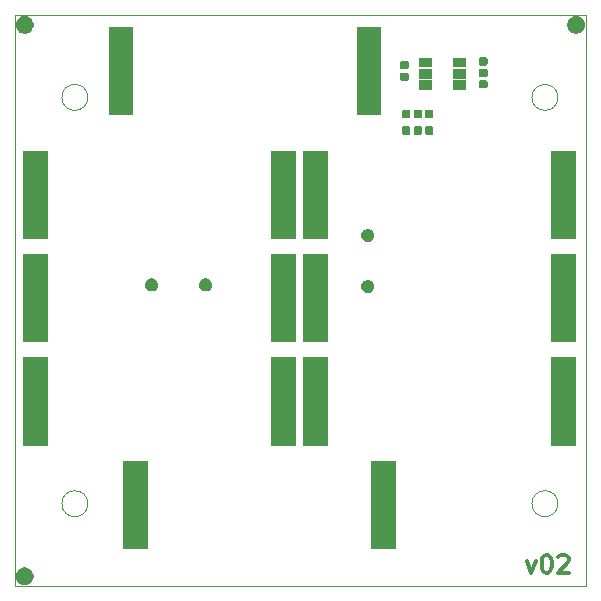
<source format=gbr>
%TF.GenerationSoftware,KiCad,Pcbnew,5.0.2-bee76a0~70~ubuntu18.04.1*%
%TF.CreationDate,2020-02-29T17:21:03-08:00*%
%TF.ProjectId,SolarCellX_v3,536f6c61-7243-4656-9c6c-585f76332e6b,rev?*%
%TF.SameCoordinates,Original*%
%TF.FileFunction,Soldermask,Top*%
%TF.FilePolarity,Negative*%
%FSLAX46Y46*%
G04 Gerber Fmt 4.6, Leading zero omitted, Abs format (unit mm)*
G04 Created by KiCad (PCBNEW 5.0.2-bee76a0~70~ubuntu18.04.1) date Sat 29 Feb 2020 05:21:03 PM PST*
%MOMM*%
%LPD*%
G01*
G04 APERTURE LIST*
%ADD10C,0.300000*%
%ADD11C,0.050000*%
%ADD12C,0.100000*%
G04 APERTURE END LIST*
D10*
X133405785Y-86229071D02*
X133762928Y-87229071D01*
X134120071Y-86229071D01*
X134977214Y-85729071D02*
X135120071Y-85729071D01*
X135262928Y-85800500D01*
X135334357Y-85871928D01*
X135405785Y-86014785D01*
X135477214Y-86300500D01*
X135477214Y-86657642D01*
X135405785Y-86943357D01*
X135334357Y-87086214D01*
X135262928Y-87157642D01*
X135120071Y-87229071D01*
X134977214Y-87229071D01*
X134834357Y-87157642D01*
X134762928Y-87086214D01*
X134691500Y-86943357D01*
X134620071Y-86657642D01*
X134620071Y-86300500D01*
X134691500Y-86014785D01*
X134762928Y-85871928D01*
X134834357Y-85800500D01*
X134977214Y-85729071D01*
X136048642Y-85871928D02*
X136120071Y-85800500D01*
X136262928Y-85729071D01*
X136620071Y-85729071D01*
X136762928Y-85800500D01*
X136834357Y-85871928D01*
X136905785Y-86014785D01*
X136905785Y-86157642D01*
X136834357Y-86371928D01*
X135977214Y-87229071D01*
X136905785Y-87229071D01*
D11*
X96200000Y-47000000D02*
G75*
G03X96200000Y-47000000I-1100000J0D01*
G01*
X96200000Y-81400000D02*
G75*
G03X96200000Y-81400000I-1100000J0D01*
G01*
X136000000Y-81400000D02*
G75*
G03X136000000Y-81400000I-1100000J0D01*
G01*
X136000000Y-47000000D02*
G75*
G03X136000000Y-47000000I-1100000J0D01*
G01*
X90000000Y-88400000D02*
X138400000Y-88400000D01*
X90000000Y-88400000D02*
X90000000Y-40000000D01*
X138400000Y-40000000D02*
X138400000Y-88400000D01*
X90000000Y-40000000D02*
X138400000Y-40000000D01*
D12*
G36*
X91068767Y-86828822D02*
X91205258Y-86885359D01*
X91328097Y-86967437D01*
X91432563Y-87071903D01*
X91514641Y-87194742D01*
X91571178Y-87331233D01*
X91600000Y-87476131D01*
X91600000Y-87623869D01*
X91571178Y-87768767D01*
X91514641Y-87905258D01*
X91432563Y-88028097D01*
X91328097Y-88132563D01*
X91205258Y-88214641D01*
X91068767Y-88271178D01*
X90923869Y-88300000D01*
X90776131Y-88300000D01*
X90631233Y-88271178D01*
X90494742Y-88214641D01*
X90371903Y-88132563D01*
X90267437Y-88028097D01*
X90185359Y-87905258D01*
X90128822Y-87768767D01*
X90100000Y-87623869D01*
X90100000Y-87476131D01*
X90128822Y-87331233D01*
X90185359Y-87194742D01*
X90267437Y-87071903D01*
X90371903Y-86967437D01*
X90494742Y-86885359D01*
X90631233Y-86828822D01*
X90776131Y-86800000D01*
X90923869Y-86800000D01*
X91068767Y-86828822D01*
X91068767Y-86828822D01*
G37*
G36*
X122299000Y-85249000D02*
X120201000Y-85249000D01*
X120201000Y-77751000D01*
X122299000Y-77751000D01*
X122299000Y-85249000D01*
X122299000Y-85249000D01*
G37*
G36*
X101299000Y-85249000D02*
X99201000Y-85249000D01*
X99201000Y-77751000D01*
X101299000Y-77751000D01*
X101299000Y-85249000D01*
X101299000Y-85249000D01*
G37*
G36*
X116549000Y-76499000D02*
X114451000Y-76499000D01*
X114451000Y-69001000D01*
X116549000Y-69001000D01*
X116549000Y-76499000D01*
X116549000Y-76499000D01*
G37*
G36*
X92799000Y-76499000D02*
X90701000Y-76499000D01*
X90701000Y-69001000D01*
X92799000Y-69001000D01*
X92799000Y-76499000D01*
X92799000Y-76499000D01*
G37*
G36*
X113799000Y-76499000D02*
X111701000Y-76499000D01*
X111701000Y-69001000D01*
X113799000Y-69001000D01*
X113799000Y-76499000D01*
X113799000Y-76499000D01*
G37*
G36*
X137549000Y-76499000D02*
X135451000Y-76499000D01*
X135451000Y-69001000D01*
X137549000Y-69001000D01*
X137549000Y-76499000D01*
X137549000Y-76499000D01*
G37*
G36*
X92799000Y-67749000D02*
X90701000Y-67749000D01*
X90701000Y-60251000D01*
X92799000Y-60251000D01*
X92799000Y-67749000D01*
X92799000Y-67749000D01*
G37*
G36*
X113799000Y-67749000D02*
X111701000Y-67749000D01*
X111701000Y-60251000D01*
X113799000Y-60251000D01*
X113799000Y-67749000D01*
X113799000Y-67749000D01*
G37*
G36*
X137549000Y-67749000D02*
X135451000Y-67749000D01*
X135451000Y-60251000D01*
X137549000Y-60251000D01*
X137549000Y-67749000D01*
X137549000Y-67749000D01*
G37*
G36*
X116549000Y-67749000D02*
X114451000Y-67749000D01*
X114451000Y-60251000D01*
X116549000Y-60251000D01*
X116549000Y-67749000D01*
X116549000Y-67749000D01*
G37*
G36*
X119995104Y-62453549D02*
X120048138Y-62464098D01*
X120148047Y-62505482D01*
X120148049Y-62505483D01*
X120237967Y-62565564D01*
X120314436Y-62642033D01*
X120356417Y-62704862D01*
X120374518Y-62731953D01*
X120415902Y-62831862D01*
X120437000Y-62937929D01*
X120437000Y-63046071D01*
X120415902Y-63152138D01*
X120374518Y-63252047D01*
X120374517Y-63252049D01*
X120314436Y-63341967D01*
X120237967Y-63418436D01*
X120148049Y-63478517D01*
X120148048Y-63478518D01*
X120148047Y-63478518D01*
X120048138Y-63519902D01*
X119995104Y-63530451D01*
X119942072Y-63541000D01*
X119833928Y-63541000D01*
X119780896Y-63530451D01*
X119727862Y-63519902D01*
X119627953Y-63478518D01*
X119627952Y-63478518D01*
X119627951Y-63478517D01*
X119538033Y-63418436D01*
X119461564Y-63341967D01*
X119401483Y-63252049D01*
X119401482Y-63252047D01*
X119360098Y-63152138D01*
X119339000Y-63046071D01*
X119339000Y-62937929D01*
X119360098Y-62831862D01*
X119401482Y-62731953D01*
X119419584Y-62704862D01*
X119461564Y-62642033D01*
X119538033Y-62565564D01*
X119627951Y-62505483D01*
X119627953Y-62505482D01*
X119727862Y-62464098D01*
X119780896Y-62453549D01*
X119833928Y-62443000D01*
X119942072Y-62443000D01*
X119995104Y-62453549D01*
X119995104Y-62453549D01*
G37*
G36*
X106279104Y-62326549D02*
X106332138Y-62337098D01*
X106432047Y-62378482D01*
X106432049Y-62378483D01*
X106521967Y-62438564D01*
X106598436Y-62515033D01*
X106632200Y-62565564D01*
X106658518Y-62604953D01*
X106699902Y-62704862D01*
X106721000Y-62810929D01*
X106721000Y-62919071D01*
X106699902Y-63025138D01*
X106658518Y-63125047D01*
X106658517Y-63125049D01*
X106598436Y-63214967D01*
X106521967Y-63291436D01*
X106432049Y-63351517D01*
X106432048Y-63351518D01*
X106432047Y-63351518D01*
X106332138Y-63392902D01*
X106226072Y-63414000D01*
X106117928Y-63414000D01*
X106011862Y-63392902D01*
X105911953Y-63351518D01*
X105911952Y-63351518D01*
X105911951Y-63351517D01*
X105822033Y-63291436D01*
X105745564Y-63214967D01*
X105685483Y-63125049D01*
X105685482Y-63125047D01*
X105644098Y-63025138D01*
X105623000Y-62919071D01*
X105623000Y-62810929D01*
X105644098Y-62704862D01*
X105685482Y-62604953D01*
X105711801Y-62565564D01*
X105745564Y-62515033D01*
X105822033Y-62438564D01*
X105911951Y-62378483D01*
X105911953Y-62378482D01*
X106011862Y-62337098D01*
X106064896Y-62326549D01*
X106117928Y-62316000D01*
X106226072Y-62316000D01*
X106279104Y-62326549D01*
X106279104Y-62326549D01*
G37*
G36*
X101707104Y-62326549D02*
X101760138Y-62337098D01*
X101860047Y-62378482D01*
X101860049Y-62378483D01*
X101949967Y-62438564D01*
X102026436Y-62515033D01*
X102060200Y-62565564D01*
X102086518Y-62604953D01*
X102127902Y-62704862D01*
X102149000Y-62810929D01*
X102149000Y-62919071D01*
X102127902Y-63025138D01*
X102086518Y-63125047D01*
X102086517Y-63125049D01*
X102026436Y-63214967D01*
X101949967Y-63291436D01*
X101860049Y-63351517D01*
X101860048Y-63351518D01*
X101860047Y-63351518D01*
X101760138Y-63392902D01*
X101654072Y-63414000D01*
X101545928Y-63414000D01*
X101439862Y-63392902D01*
X101339953Y-63351518D01*
X101339952Y-63351518D01*
X101339951Y-63351517D01*
X101250033Y-63291436D01*
X101173564Y-63214967D01*
X101113483Y-63125049D01*
X101113482Y-63125047D01*
X101072098Y-63025138D01*
X101051000Y-62919071D01*
X101051000Y-62810929D01*
X101072098Y-62704862D01*
X101113482Y-62604953D01*
X101139801Y-62565564D01*
X101173564Y-62515033D01*
X101250033Y-62438564D01*
X101339951Y-62378483D01*
X101339953Y-62378482D01*
X101439862Y-62337098D01*
X101492896Y-62326549D01*
X101545928Y-62316000D01*
X101654072Y-62316000D01*
X101707104Y-62326549D01*
X101707104Y-62326549D01*
G37*
G36*
X119995104Y-58135549D02*
X120048138Y-58146098D01*
X120148047Y-58187482D01*
X120148049Y-58187483D01*
X120237967Y-58247564D01*
X120314436Y-58324033D01*
X120374517Y-58413951D01*
X120415902Y-58513863D01*
X120437000Y-58619928D01*
X120437000Y-58728072D01*
X120415902Y-58834137D01*
X120374517Y-58934049D01*
X120314436Y-59023967D01*
X120237967Y-59100436D01*
X120148049Y-59160517D01*
X120148048Y-59160518D01*
X120148047Y-59160518D01*
X120048138Y-59201902D01*
X119995104Y-59212451D01*
X119942072Y-59223000D01*
X119833928Y-59223000D01*
X119780896Y-59212451D01*
X119727862Y-59201902D01*
X119627953Y-59160518D01*
X119627952Y-59160518D01*
X119627951Y-59160517D01*
X119538033Y-59100436D01*
X119461564Y-59023967D01*
X119401483Y-58934049D01*
X119360098Y-58834137D01*
X119339000Y-58728072D01*
X119339000Y-58619928D01*
X119360098Y-58513863D01*
X119401483Y-58413951D01*
X119461564Y-58324033D01*
X119538033Y-58247564D01*
X119627951Y-58187483D01*
X119627953Y-58187482D01*
X119727862Y-58146098D01*
X119780896Y-58135549D01*
X119833928Y-58125000D01*
X119942072Y-58125000D01*
X119995104Y-58135549D01*
X119995104Y-58135549D01*
G37*
G36*
X137549000Y-58999000D02*
X135451000Y-58999000D01*
X135451000Y-51501000D01*
X137549000Y-51501000D01*
X137549000Y-58999000D01*
X137549000Y-58999000D01*
G37*
G36*
X116549000Y-58999000D02*
X114451000Y-58999000D01*
X114451000Y-51501000D01*
X116549000Y-51501000D01*
X116549000Y-58999000D01*
X116549000Y-58999000D01*
G37*
G36*
X113799000Y-58999000D02*
X111701000Y-58999000D01*
X111701000Y-51501000D01*
X113799000Y-51501000D01*
X113799000Y-58999000D01*
X113799000Y-58999000D01*
G37*
G36*
X92799000Y-58999000D02*
X90701000Y-58999000D01*
X90701000Y-51501000D01*
X92799000Y-51501000D01*
X92799000Y-58999000D01*
X92799000Y-58999000D01*
G37*
G36*
X125331933Y-49442064D02*
X125359508Y-49450430D01*
X125384922Y-49464014D01*
X125407202Y-49482298D01*
X125425486Y-49504578D01*
X125439070Y-49529992D01*
X125447436Y-49557567D01*
X125450500Y-49588684D01*
X125450500Y-50027316D01*
X125447436Y-50058433D01*
X125439070Y-50086008D01*
X125425486Y-50111422D01*
X125407202Y-50133702D01*
X125384922Y-50151986D01*
X125359508Y-50165570D01*
X125331933Y-50173936D01*
X125300816Y-50177000D01*
X124912184Y-50177000D01*
X124881067Y-50173936D01*
X124853492Y-50165570D01*
X124828078Y-50151986D01*
X124805798Y-50133702D01*
X124787514Y-50111422D01*
X124773930Y-50086008D01*
X124765564Y-50058433D01*
X124762500Y-50027316D01*
X124762500Y-49588684D01*
X124765564Y-49557567D01*
X124773930Y-49529992D01*
X124787514Y-49504578D01*
X124805798Y-49482298D01*
X124828078Y-49464014D01*
X124853492Y-49450430D01*
X124881067Y-49442064D01*
X124912184Y-49439000D01*
X125300816Y-49439000D01*
X125331933Y-49442064D01*
X125331933Y-49442064D01*
G37*
G36*
X124361933Y-49442064D02*
X124389508Y-49450430D01*
X124414922Y-49464014D01*
X124437202Y-49482298D01*
X124455486Y-49504578D01*
X124469070Y-49529992D01*
X124477436Y-49557567D01*
X124480500Y-49588684D01*
X124480500Y-50027316D01*
X124477436Y-50058433D01*
X124469070Y-50086008D01*
X124455486Y-50111422D01*
X124437202Y-50133702D01*
X124414922Y-50151986D01*
X124389508Y-50165570D01*
X124361933Y-50173936D01*
X124330816Y-50177000D01*
X123941904Y-50177000D01*
X123910787Y-50173936D01*
X123883212Y-50165570D01*
X123857798Y-50151986D01*
X123835518Y-50133702D01*
X123817234Y-50111422D01*
X123803650Y-50086008D01*
X123795284Y-50058433D01*
X123792220Y-50027316D01*
X123792220Y-49588684D01*
X123795284Y-49557567D01*
X123803650Y-49529992D01*
X123817234Y-49504578D01*
X123835518Y-49482298D01*
X123857798Y-49464014D01*
X123883212Y-49450430D01*
X123910787Y-49442064D01*
X123941904Y-49439000D01*
X124330816Y-49439000D01*
X124361933Y-49442064D01*
X124361933Y-49442064D01*
G37*
G36*
X123391653Y-49442064D02*
X123419228Y-49450430D01*
X123444642Y-49464014D01*
X123466922Y-49482298D01*
X123485206Y-49504578D01*
X123498790Y-49529992D01*
X123507156Y-49557567D01*
X123510220Y-49588684D01*
X123510220Y-50027316D01*
X123507156Y-50058433D01*
X123498790Y-50086008D01*
X123485206Y-50111422D01*
X123466922Y-50133702D01*
X123444642Y-50151986D01*
X123419228Y-50165570D01*
X123391653Y-50173936D01*
X123360536Y-50177000D01*
X122971904Y-50177000D01*
X122940787Y-50173936D01*
X122913212Y-50165570D01*
X122887798Y-50151986D01*
X122865518Y-50133702D01*
X122847234Y-50111422D01*
X122833650Y-50086008D01*
X122825284Y-50058433D01*
X122822220Y-50027316D01*
X122822220Y-49588684D01*
X122825284Y-49557567D01*
X122833650Y-49529992D01*
X122847234Y-49504578D01*
X122865518Y-49482298D01*
X122887798Y-49464014D01*
X122913212Y-49450430D01*
X122940787Y-49442064D01*
X122971904Y-49439000D01*
X123360536Y-49439000D01*
X123391653Y-49442064D01*
X123391653Y-49442064D01*
G37*
G36*
X123391653Y-48045064D02*
X123419228Y-48053430D01*
X123444642Y-48067014D01*
X123466922Y-48085298D01*
X123485206Y-48107578D01*
X123498790Y-48132992D01*
X123507156Y-48160567D01*
X123510220Y-48191684D01*
X123510220Y-48630316D01*
X123507156Y-48661433D01*
X123498790Y-48689008D01*
X123485206Y-48714422D01*
X123466922Y-48736702D01*
X123444642Y-48754986D01*
X123419228Y-48768570D01*
X123391653Y-48776936D01*
X123360536Y-48780000D01*
X122971904Y-48780000D01*
X122940787Y-48776936D01*
X122913212Y-48768570D01*
X122887798Y-48754986D01*
X122865518Y-48736702D01*
X122847234Y-48714422D01*
X122833650Y-48689008D01*
X122825284Y-48661433D01*
X122822220Y-48630316D01*
X122822220Y-48191684D01*
X122825284Y-48160567D01*
X122833650Y-48132992D01*
X122847234Y-48107578D01*
X122865518Y-48085298D01*
X122887798Y-48067014D01*
X122913212Y-48053430D01*
X122940787Y-48045064D01*
X122971904Y-48042000D01*
X123360536Y-48042000D01*
X123391653Y-48045064D01*
X123391653Y-48045064D01*
G37*
G36*
X124361933Y-48045064D02*
X124389508Y-48053430D01*
X124414922Y-48067014D01*
X124437202Y-48085298D01*
X124455486Y-48107578D01*
X124469070Y-48132992D01*
X124477436Y-48160567D01*
X124480500Y-48191684D01*
X124480500Y-48630316D01*
X124477436Y-48661433D01*
X124469070Y-48689008D01*
X124455486Y-48714422D01*
X124437202Y-48736702D01*
X124414922Y-48754986D01*
X124389508Y-48768570D01*
X124361933Y-48776936D01*
X124330816Y-48780000D01*
X123941904Y-48780000D01*
X123910787Y-48776936D01*
X123883212Y-48768570D01*
X123857798Y-48754986D01*
X123835518Y-48736702D01*
X123817234Y-48714422D01*
X123803650Y-48689008D01*
X123795284Y-48661433D01*
X123792220Y-48630316D01*
X123792220Y-48191684D01*
X123795284Y-48160567D01*
X123803650Y-48132992D01*
X123817234Y-48107578D01*
X123835518Y-48085298D01*
X123857798Y-48067014D01*
X123883212Y-48053430D01*
X123910787Y-48045064D01*
X123941904Y-48042000D01*
X124330816Y-48042000D01*
X124361933Y-48045064D01*
X124361933Y-48045064D01*
G37*
G36*
X125331933Y-48045064D02*
X125359508Y-48053430D01*
X125384922Y-48067014D01*
X125407202Y-48085298D01*
X125425486Y-48107578D01*
X125439070Y-48132992D01*
X125447436Y-48160567D01*
X125450500Y-48191684D01*
X125450500Y-48630316D01*
X125447436Y-48661433D01*
X125439070Y-48689008D01*
X125425486Y-48714422D01*
X125407202Y-48736702D01*
X125384922Y-48754986D01*
X125359508Y-48768570D01*
X125331933Y-48776936D01*
X125300816Y-48780000D01*
X124912184Y-48780000D01*
X124881067Y-48776936D01*
X124853492Y-48768570D01*
X124828078Y-48754986D01*
X124805798Y-48736702D01*
X124787514Y-48714422D01*
X124773930Y-48689008D01*
X124765564Y-48661433D01*
X124762500Y-48630316D01*
X124762500Y-48191684D01*
X124765564Y-48160567D01*
X124773930Y-48132992D01*
X124787514Y-48107578D01*
X124805798Y-48085298D01*
X124828078Y-48067014D01*
X124853492Y-48053430D01*
X124881067Y-48045064D01*
X124912184Y-48042000D01*
X125300816Y-48042000D01*
X125331933Y-48045064D01*
X125331933Y-48045064D01*
G37*
G36*
X121049000Y-48499000D02*
X118951000Y-48499000D01*
X118951000Y-41001000D01*
X121049000Y-41001000D01*
X121049000Y-48499000D01*
X121049000Y-48499000D01*
G37*
G36*
X100049000Y-48499000D02*
X97951000Y-48499000D01*
X97951000Y-41001000D01*
X100049000Y-41001000D01*
X100049000Y-48499000D01*
X100049000Y-48499000D01*
G37*
G36*
X128249000Y-46349000D02*
X127151000Y-46349000D01*
X127151000Y-45551000D01*
X128249000Y-45551000D01*
X128249000Y-46349000D01*
X128249000Y-46349000D01*
G37*
G36*
X125349000Y-46349000D02*
X124251000Y-46349000D01*
X124251000Y-45551000D01*
X125349000Y-45551000D01*
X125349000Y-46349000D01*
X125349000Y-46349000D01*
G37*
G36*
X129927433Y-45560064D02*
X129955008Y-45568430D01*
X129980422Y-45582014D01*
X130002702Y-45600298D01*
X130020986Y-45622578D01*
X130034570Y-45647992D01*
X130042936Y-45675567D01*
X130046000Y-45706684D01*
X130046000Y-46095316D01*
X130042936Y-46126433D01*
X130034570Y-46154008D01*
X130020986Y-46179422D01*
X130002702Y-46201702D01*
X129980422Y-46219986D01*
X129955008Y-46233570D01*
X129927433Y-46241936D01*
X129896316Y-46245000D01*
X129457684Y-46245000D01*
X129426567Y-46241936D01*
X129398992Y-46233570D01*
X129373578Y-46219986D01*
X129351298Y-46201702D01*
X129333014Y-46179422D01*
X129319430Y-46154008D01*
X129311064Y-46126433D01*
X129308000Y-46095316D01*
X129308000Y-45706684D01*
X129311064Y-45675567D01*
X129319430Y-45647992D01*
X129333014Y-45622578D01*
X129351298Y-45600298D01*
X129373578Y-45582014D01*
X129398992Y-45568430D01*
X129426567Y-45560064D01*
X129457684Y-45557000D01*
X129896316Y-45557000D01*
X129927433Y-45560064D01*
X129927433Y-45560064D01*
G37*
G36*
X123250433Y-44894064D02*
X123278008Y-44902430D01*
X123303422Y-44916014D01*
X123325702Y-44934298D01*
X123343986Y-44956578D01*
X123357570Y-44981992D01*
X123365936Y-45009567D01*
X123369000Y-45040684D01*
X123369000Y-45429316D01*
X123365936Y-45460433D01*
X123357570Y-45488008D01*
X123343986Y-45513422D01*
X123325702Y-45535702D01*
X123303422Y-45553986D01*
X123278008Y-45567570D01*
X123250433Y-45575936D01*
X123219316Y-45579000D01*
X122780684Y-45579000D01*
X122749567Y-45575936D01*
X122721992Y-45567570D01*
X122696578Y-45553986D01*
X122674298Y-45535702D01*
X122656014Y-45513422D01*
X122642430Y-45488008D01*
X122634064Y-45460433D01*
X122631000Y-45429316D01*
X122631000Y-45040684D01*
X122634064Y-45009567D01*
X122642430Y-44981992D01*
X122656014Y-44956578D01*
X122674298Y-44934298D01*
X122696578Y-44916014D01*
X122721992Y-44902430D01*
X122749567Y-44894064D01*
X122780684Y-44891000D01*
X123219316Y-44891000D01*
X123250433Y-44894064D01*
X123250433Y-44894064D01*
G37*
G36*
X128249000Y-45399000D02*
X127151000Y-45399000D01*
X127151000Y-44601000D01*
X128249000Y-44601000D01*
X128249000Y-45399000D01*
X128249000Y-45399000D01*
G37*
G36*
X125349000Y-45399000D02*
X124251000Y-45399000D01*
X124251000Y-44601000D01*
X125349000Y-44601000D01*
X125349000Y-45399000D01*
X125349000Y-45399000D01*
G37*
G36*
X129927433Y-44584564D02*
X129955008Y-44592930D01*
X129980422Y-44606514D01*
X130002702Y-44624798D01*
X130020986Y-44647078D01*
X130034570Y-44672492D01*
X130042936Y-44700067D01*
X130046000Y-44731184D01*
X130046000Y-45125316D01*
X130042936Y-45156433D01*
X130034570Y-45184008D01*
X130020986Y-45209422D01*
X130002702Y-45231702D01*
X129980422Y-45249986D01*
X129955008Y-45263570D01*
X129927433Y-45271936D01*
X129896316Y-45275000D01*
X129457684Y-45275000D01*
X129426567Y-45271936D01*
X129398992Y-45263570D01*
X129373578Y-45249986D01*
X129351298Y-45231702D01*
X129333014Y-45209422D01*
X129319430Y-45184008D01*
X129311064Y-45156433D01*
X129308000Y-45125316D01*
X129308000Y-44731184D01*
X129311064Y-44700067D01*
X129319430Y-44672492D01*
X129333014Y-44647078D01*
X129351298Y-44624798D01*
X129373578Y-44606514D01*
X129398992Y-44592930D01*
X129426567Y-44584564D01*
X129457684Y-44581500D01*
X129896316Y-44581500D01*
X129927433Y-44584564D01*
X129927433Y-44584564D01*
G37*
G36*
X123250433Y-43924064D02*
X123278008Y-43932430D01*
X123303422Y-43946014D01*
X123325702Y-43964298D01*
X123343986Y-43986578D01*
X123357570Y-44011992D01*
X123365936Y-44039567D01*
X123369000Y-44070684D01*
X123369000Y-44459316D01*
X123365936Y-44490433D01*
X123357570Y-44518008D01*
X123343986Y-44543422D01*
X123325702Y-44565702D01*
X123303422Y-44583986D01*
X123278008Y-44597570D01*
X123250433Y-44605936D01*
X123219316Y-44609000D01*
X122780684Y-44609000D01*
X122749567Y-44605936D01*
X122721992Y-44597570D01*
X122696578Y-44583986D01*
X122674298Y-44565702D01*
X122656014Y-44543422D01*
X122642430Y-44518008D01*
X122634064Y-44490433D01*
X122631000Y-44459316D01*
X122631000Y-44070684D01*
X122634064Y-44039567D01*
X122642430Y-44011992D01*
X122656014Y-43986578D01*
X122674298Y-43964298D01*
X122696578Y-43946014D01*
X122721992Y-43932430D01*
X122749567Y-43924064D01*
X122780684Y-43921000D01*
X123219316Y-43921000D01*
X123250433Y-43924064D01*
X123250433Y-43924064D01*
G37*
G36*
X125349000Y-44449000D02*
X124251000Y-44449000D01*
X124251000Y-43651000D01*
X125349000Y-43651000D01*
X125349000Y-44449000D01*
X125349000Y-44449000D01*
G37*
G36*
X128249000Y-44449000D02*
X127151000Y-44449000D01*
X127151000Y-43651000D01*
X128249000Y-43651000D01*
X128249000Y-44449000D01*
X128249000Y-44449000D01*
G37*
G36*
X129927433Y-43614564D02*
X129955008Y-43622930D01*
X129980422Y-43636514D01*
X130002702Y-43654798D01*
X130020986Y-43677078D01*
X130034570Y-43702492D01*
X130042936Y-43730067D01*
X130046000Y-43761184D01*
X130046000Y-44149816D01*
X130042936Y-44180933D01*
X130034570Y-44208508D01*
X130020986Y-44233922D01*
X130002702Y-44256202D01*
X129980422Y-44274486D01*
X129955008Y-44288070D01*
X129927433Y-44296436D01*
X129896316Y-44299500D01*
X129457684Y-44299500D01*
X129426567Y-44296436D01*
X129398992Y-44288070D01*
X129373578Y-44274486D01*
X129351298Y-44256202D01*
X129333014Y-44233922D01*
X129319430Y-44208508D01*
X129311064Y-44180933D01*
X129308000Y-44149816D01*
X129308000Y-43761184D01*
X129311064Y-43730067D01*
X129319430Y-43702492D01*
X129333014Y-43677078D01*
X129351298Y-43654798D01*
X129373578Y-43636514D01*
X129398992Y-43622930D01*
X129426567Y-43614564D01*
X129457684Y-43611500D01*
X129896316Y-43611500D01*
X129927433Y-43614564D01*
X129927433Y-43614564D01*
G37*
G36*
X137768767Y-40128822D02*
X137905258Y-40185359D01*
X138028097Y-40267437D01*
X138132563Y-40371903D01*
X138214641Y-40494742D01*
X138271178Y-40631233D01*
X138300000Y-40776131D01*
X138300000Y-40923869D01*
X138271178Y-41068767D01*
X138214641Y-41205258D01*
X138132563Y-41328097D01*
X138028097Y-41432563D01*
X137905258Y-41514641D01*
X137768767Y-41571178D01*
X137623869Y-41600000D01*
X137476131Y-41600000D01*
X137331233Y-41571178D01*
X137194742Y-41514641D01*
X137071903Y-41432563D01*
X136967437Y-41328097D01*
X136885359Y-41205258D01*
X136828822Y-41068767D01*
X136800000Y-40923869D01*
X136800000Y-40776131D01*
X136828822Y-40631233D01*
X136885359Y-40494742D01*
X136967437Y-40371903D01*
X137071903Y-40267437D01*
X137194742Y-40185359D01*
X137331233Y-40128822D01*
X137476131Y-40100000D01*
X137623869Y-40100000D01*
X137768767Y-40128822D01*
X137768767Y-40128822D01*
G37*
G36*
X91068767Y-40128822D02*
X91205258Y-40185359D01*
X91328097Y-40267437D01*
X91432563Y-40371903D01*
X91514641Y-40494742D01*
X91571178Y-40631233D01*
X91600000Y-40776131D01*
X91600000Y-40923869D01*
X91571178Y-41068767D01*
X91514641Y-41205258D01*
X91432563Y-41328097D01*
X91328097Y-41432563D01*
X91205258Y-41514641D01*
X91068767Y-41571178D01*
X90923869Y-41600000D01*
X90776131Y-41600000D01*
X90631233Y-41571178D01*
X90494742Y-41514641D01*
X90371903Y-41432563D01*
X90267437Y-41328097D01*
X90185359Y-41205258D01*
X90128822Y-41068767D01*
X90100000Y-40923869D01*
X90100000Y-40776131D01*
X90128822Y-40631233D01*
X90185359Y-40494742D01*
X90267437Y-40371903D01*
X90371903Y-40267437D01*
X90494742Y-40185359D01*
X90631233Y-40128822D01*
X90776131Y-40100000D01*
X90923869Y-40100000D01*
X91068767Y-40128822D01*
X91068767Y-40128822D01*
G37*
M02*

</source>
